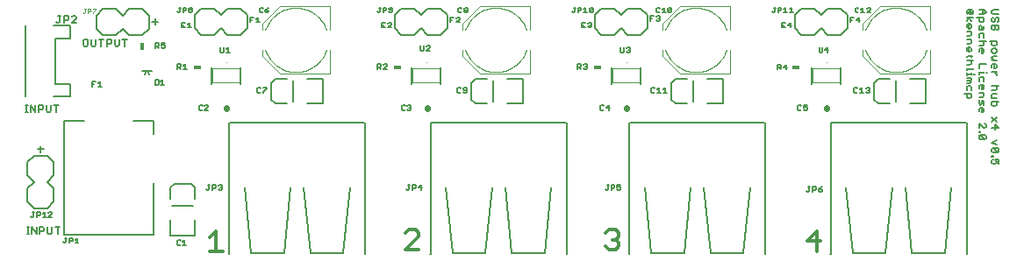
<source format=gto>
G75*
G70*
%OFA0B0*%
%FSLAX24Y24*%
%IPPOS*%
%LPD*%
%AMOC8*
5,1,8,0,0,1.08239X$1,22.5*
%
%ADD10C,0.0140*%
%ADD11C,0.0060*%
%ADD12C,0.0050*%
%ADD13C,0.0080*%
%ADD14C,0.0004*%
%ADD15C,0.0030*%
%ADD16C,0.0220*%
%ADD17R,0.0280X0.0160*%
%ADD18C,0.0040*%
%ADD19R,0.0160X0.0280*%
D10*
X007970Y001170D02*
X008477Y001170D01*
X008224Y001170D02*
X008224Y001931D01*
X007970Y001677D01*
X015420Y001854D02*
X015547Y001981D01*
X015800Y001981D01*
X015927Y001854D01*
X015927Y001727D01*
X015420Y001220D01*
X015927Y001220D01*
X023020Y001347D02*
X023147Y001220D01*
X023400Y001220D01*
X023527Y001347D01*
X023527Y001474D01*
X023400Y001600D01*
X023274Y001600D01*
X023400Y001600D02*
X023527Y001727D01*
X023527Y001854D01*
X023400Y001981D01*
X023147Y001981D01*
X023020Y001854D01*
X030670Y001550D02*
X031177Y001550D01*
X031050Y001931D02*
X030670Y001550D01*
X031050Y001170D02*
X031050Y001931D01*
D11*
X037690Y004519D02*
X037690Y004606D01*
X037733Y004649D01*
X037820Y004649D02*
X037864Y004563D01*
X037864Y004519D01*
X037820Y004476D01*
X037733Y004476D01*
X037690Y004519D01*
X037950Y004476D02*
X037950Y004649D01*
X037820Y004649D01*
X037733Y004753D02*
X037690Y004753D01*
X037690Y004797D01*
X037733Y004797D01*
X037733Y004753D01*
X037733Y004918D02*
X037690Y004961D01*
X037690Y005048D01*
X037733Y005091D01*
X037907Y004918D01*
X037733Y004918D01*
X037907Y004918D02*
X037950Y004961D01*
X037950Y005048D01*
X037907Y005091D01*
X037733Y005091D01*
X037864Y005213D02*
X037690Y005299D01*
X037864Y005386D01*
X037470Y005452D02*
X037427Y005409D01*
X037253Y005582D01*
X037210Y005539D01*
X037210Y005452D01*
X037253Y005409D01*
X037427Y005409D01*
X037470Y005452D02*
X037470Y005539D01*
X037427Y005582D01*
X037253Y005582D01*
X037253Y005686D02*
X037210Y005686D01*
X037210Y005730D01*
X037253Y005730D01*
X037253Y005686D01*
X037820Y005802D02*
X037820Y005975D01*
X037950Y005845D01*
X037690Y005845D01*
X037470Y005894D02*
X037470Y005981D01*
X037427Y006024D01*
X037470Y005894D02*
X037427Y005851D01*
X037384Y005851D01*
X037210Y006024D01*
X037210Y005851D01*
X037690Y006096D02*
X037864Y006270D01*
X037690Y006270D02*
X037864Y006096D01*
X037384Y006484D02*
X037340Y006440D01*
X037297Y006440D01*
X037297Y006614D01*
X037340Y006614D02*
X037384Y006570D01*
X037384Y006484D01*
X037340Y006614D02*
X037253Y006614D01*
X037210Y006570D01*
X037210Y006484D01*
X037253Y006735D02*
X037297Y006778D01*
X037297Y006865D01*
X037340Y006908D01*
X037384Y006865D01*
X037384Y006735D01*
X037253Y006735D02*
X037210Y006778D01*
X037210Y006908D01*
X037210Y007030D02*
X037340Y007030D01*
X037384Y007073D01*
X037384Y007203D01*
X037210Y007203D01*
X037297Y007324D02*
X037297Y007498D01*
X037340Y007498D02*
X037384Y007454D01*
X037384Y007368D01*
X037340Y007324D01*
X037297Y007324D01*
X037210Y007368D02*
X037210Y007454D01*
X037253Y007498D01*
X037340Y007498D01*
X037384Y007619D02*
X037384Y007749D01*
X037340Y007792D01*
X037253Y007792D01*
X037210Y007749D01*
X037210Y007619D01*
X036904Y007613D02*
X036860Y007656D01*
X036730Y007656D01*
X036730Y007570D02*
X036860Y007570D01*
X036904Y007613D01*
X036860Y007656D02*
X036904Y007700D01*
X036904Y007743D01*
X036730Y007743D01*
X036730Y007853D02*
X036730Y007940D01*
X036730Y007896D02*
X036904Y007896D01*
X036904Y007940D01*
X036990Y007896D02*
X037034Y007896D01*
X037210Y007902D02*
X037210Y007989D01*
X037210Y007945D02*
X037384Y007945D01*
X037384Y007989D01*
X037470Y007945D02*
X037514Y007945D01*
X037690Y007989D02*
X037864Y007989D01*
X037777Y007989D02*
X037864Y007902D01*
X037864Y007859D01*
X037820Y008110D02*
X037777Y008110D01*
X037777Y008283D01*
X037820Y008283D02*
X037864Y008240D01*
X037864Y008153D01*
X037820Y008110D01*
X037690Y008153D02*
X037690Y008240D01*
X037733Y008283D01*
X037820Y008283D01*
X037864Y008405D02*
X037733Y008405D01*
X037690Y008448D01*
X037733Y008491D01*
X037690Y008535D01*
X037733Y008578D01*
X037864Y008578D01*
X037820Y008699D02*
X037864Y008743D01*
X037864Y008829D01*
X037820Y008873D01*
X037733Y008873D01*
X037690Y008829D01*
X037690Y008743D01*
X037733Y008699D01*
X037820Y008699D01*
X037384Y008743D02*
X037340Y008699D01*
X037297Y008699D01*
X037297Y008873D01*
X037340Y008873D02*
X037384Y008829D01*
X037384Y008743D01*
X037340Y008873D02*
X037253Y008873D01*
X037210Y008829D01*
X037210Y008743D01*
X036904Y008792D02*
X036904Y008878D01*
X036860Y008922D01*
X036773Y008922D01*
X036730Y008878D01*
X036730Y008792D01*
X036817Y008748D02*
X036817Y008922D01*
X036860Y009043D02*
X036730Y009043D01*
X036860Y009043D02*
X036904Y009086D01*
X036904Y009216D01*
X036730Y009216D01*
X036730Y009338D02*
X036860Y009338D01*
X036904Y009381D01*
X036904Y009511D01*
X036730Y009511D01*
X036817Y009632D02*
X036817Y009806D01*
X036860Y009806D02*
X036904Y009762D01*
X036904Y009676D01*
X036860Y009632D01*
X036817Y009632D01*
X036730Y009676D02*
X036730Y009762D01*
X036773Y009806D01*
X036860Y009806D01*
X037210Y009713D02*
X037253Y009757D01*
X037297Y009713D01*
X037297Y009583D01*
X037340Y009583D02*
X037210Y009583D01*
X037210Y009713D01*
X037253Y009878D02*
X037210Y009921D01*
X037210Y010051D01*
X037123Y010051D02*
X037384Y010051D01*
X037384Y009921D01*
X037340Y009878D01*
X037253Y009878D01*
X037384Y009713D02*
X037384Y009627D01*
X037340Y009583D01*
X037340Y009462D02*
X037253Y009462D01*
X037210Y009419D01*
X037210Y009289D01*
X037210Y009167D02*
X037470Y009167D01*
X037384Y009124D02*
X037340Y009167D01*
X037384Y009124D02*
X037384Y009037D01*
X037340Y008994D01*
X037210Y008994D01*
X037690Y009037D02*
X037690Y009167D01*
X037603Y009167D02*
X037864Y009167D01*
X037864Y009037D01*
X037820Y008994D01*
X037733Y008994D01*
X037690Y009037D01*
X036904Y008792D02*
X036860Y008748D01*
X036817Y008748D01*
X036904Y008627D02*
X036904Y008540D01*
X036947Y008584D02*
X036773Y008584D01*
X036730Y008540D01*
X036730Y008431D02*
X036990Y008431D01*
X036904Y008387D02*
X036860Y008431D01*
X036904Y008387D02*
X036904Y008301D01*
X036860Y008257D01*
X036730Y008257D01*
X036730Y008136D02*
X036730Y008049D01*
X036730Y008093D02*
X036990Y008093D01*
X036990Y008136D01*
X037210Y008110D02*
X037210Y008283D01*
X037470Y008283D01*
X037690Y007449D02*
X037950Y007449D01*
X037864Y007405D02*
X037820Y007449D01*
X037864Y007405D02*
X037864Y007318D01*
X037820Y007275D01*
X037690Y007275D01*
X037733Y007154D02*
X037690Y007111D01*
X037690Y006980D01*
X037864Y006980D01*
X037864Y006859D02*
X037864Y006729D01*
X037820Y006686D01*
X037733Y006686D01*
X037690Y006729D01*
X037690Y006859D01*
X037950Y006859D01*
X036904Y007024D02*
X036860Y006980D01*
X036773Y006980D01*
X036730Y007024D01*
X036730Y007154D01*
X036643Y007154D02*
X036904Y007154D01*
X036904Y007024D01*
X036904Y007275D02*
X036904Y007405D01*
X036860Y007449D01*
X036773Y007449D01*
X036730Y007405D01*
X036730Y007275D01*
X037733Y007154D02*
X037864Y007154D01*
X037384Y009289D02*
X037384Y009419D01*
X037340Y009462D01*
X037690Y009627D02*
X037733Y009583D01*
X037777Y009583D01*
X037820Y009627D01*
X037820Y009757D01*
X037777Y009878D02*
X037733Y009878D01*
X037690Y009921D01*
X037690Y010008D01*
X037733Y010051D01*
X037820Y010008D02*
X037864Y010051D01*
X037907Y010051D01*
X037950Y010008D01*
X037950Y009921D01*
X037907Y009878D01*
X037820Y009921D02*
X037777Y009878D01*
X037820Y009921D02*
X037820Y010008D01*
X037733Y010173D02*
X037950Y010173D01*
X037950Y010346D02*
X037733Y010346D01*
X037690Y010303D01*
X037690Y010216D01*
X037733Y010173D01*
X037470Y010259D02*
X037384Y010173D01*
X037210Y010173D01*
X037340Y010173D02*
X037340Y010346D01*
X037384Y010346D02*
X037470Y010259D01*
X037384Y010346D02*
X037210Y010346D01*
X036990Y010303D02*
X036990Y010216D01*
X036947Y010173D01*
X036860Y010173D01*
X036817Y010216D01*
X036904Y010216D01*
X036904Y010303D01*
X036817Y010303D01*
X036817Y010216D01*
X036773Y010173D02*
X036730Y010216D01*
X036730Y010303D01*
X036773Y010346D01*
X036947Y010346D01*
X036990Y010303D01*
X036990Y010051D02*
X036730Y010051D01*
X036817Y010051D02*
X036730Y009921D01*
X036817Y010051D02*
X036904Y009921D01*
X037690Y009757D02*
X037690Y009627D01*
X037690Y009757D02*
X037950Y009757D01*
X037950Y009627D01*
X037907Y009583D01*
X037864Y009583D01*
X037820Y009627D01*
X006020Y009900D02*
X005793Y009900D01*
X005907Y009787D02*
X005907Y010014D01*
X004831Y009228D02*
X004658Y009228D01*
X004745Y009228D02*
X004745Y008968D01*
X004537Y009011D02*
X004537Y009228D01*
X004363Y009228D02*
X004363Y009011D01*
X004407Y008968D01*
X004493Y008968D01*
X004537Y009011D01*
X004242Y009098D02*
X004199Y009055D01*
X004069Y009055D01*
X004069Y008968D02*
X004069Y009228D01*
X004199Y009228D01*
X004242Y009185D01*
X004242Y009098D01*
X003947Y009228D02*
X003774Y009228D01*
X003861Y009228D02*
X003861Y008968D01*
X003653Y009011D02*
X003653Y009228D01*
X003479Y009228D02*
X003479Y009011D01*
X003523Y008968D01*
X003609Y008968D01*
X003653Y009011D01*
X003358Y009011D02*
X003358Y009185D01*
X003315Y009228D01*
X003228Y009228D01*
X003185Y009185D01*
X003185Y009011D01*
X003228Y008968D01*
X003315Y008968D01*
X003358Y009011D01*
X002905Y009860D02*
X002732Y009860D01*
X002905Y010033D01*
X002905Y010077D01*
X002862Y010120D01*
X002775Y010120D01*
X002732Y010077D01*
X002610Y010077D02*
X002610Y009990D01*
X002567Y009947D01*
X002437Y009947D01*
X002437Y009860D02*
X002437Y010120D01*
X002567Y010120D01*
X002610Y010077D01*
X002316Y010120D02*
X002229Y010120D01*
X002272Y010120D02*
X002272Y009903D01*
X002229Y009860D01*
X002186Y009860D01*
X002142Y009903D01*
X002148Y006728D02*
X002148Y006468D01*
X001940Y006511D02*
X001940Y006728D01*
X002061Y006728D02*
X002235Y006728D01*
X001767Y006728D02*
X001767Y006511D01*
X001810Y006468D01*
X001897Y006468D01*
X001940Y006511D01*
X001646Y006598D02*
X001602Y006555D01*
X001472Y006555D01*
X001472Y006468D02*
X001472Y006728D01*
X001602Y006728D01*
X001646Y006685D01*
X001646Y006598D01*
X001351Y006468D02*
X001351Y006728D01*
X001177Y006728D02*
X001351Y006468D01*
X001177Y006468D02*
X001177Y006728D01*
X001068Y006728D02*
X000981Y006728D01*
X001024Y006728D02*
X001024Y006468D01*
X000981Y006468D02*
X001068Y006468D01*
X001557Y005164D02*
X001557Y004937D01*
X001670Y005050D02*
X001443Y005050D01*
X001401Y002078D02*
X001401Y001818D01*
X001227Y002078D01*
X001227Y001818D01*
X001118Y001818D02*
X001031Y001818D01*
X001074Y001818D02*
X001074Y002078D01*
X001031Y002078D02*
X001118Y002078D01*
X001522Y002078D02*
X001652Y002078D01*
X001696Y002035D01*
X001696Y001948D01*
X001652Y001905D01*
X001522Y001905D01*
X001522Y001818D02*
X001522Y002078D01*
X001817Y002078D02*
X001817Y001861D01*
X001860Y001818D01*
X001947Y001818D01*
X001990Y001861D01*
X001990Y002078D01*
X002111Y002078D02*
X002285Y002078D01*
X002198Y002078D02*
X002198Y001818D01*
D12*
X002425Y001507D02*
X002457Y001475D01*
X002488Y001475D01*
X002520Y001507D01*
X002520Y001665D01*
X002488Y001665D02*
X002552Y001665D01*
X002646Y001665D02*
X002741Y001665D01*
X002773Y001633D01*
X002773Y001570D01*
X002741Y001538D01*
X002646Y001538D01*
X002646Y001475D02*
X002646Y001665D01*
X002867Y001602D02*
X002930Y001665D01*
X002930Y001475D01*
X002867Y001475D02*
X002994Y001475D01*
X001985Y002455D02*
X001858Y002455D01*
X001985Y002582D01*
X001985Y002613D01*
X001953Y002645D01*
X001890Y002645D01*
X001858Y002613D01*
X001700Y002645D02*
X001700Y002455D01*
X001637Y002455D02*
X001764Y002455D01*
X001637Y002582D02*
X001700Y002645D01*
X001543Y002613D02*
X001543Y002550D01*
X001511Y002518D01*
X001416Y002518D01*
X001416Y002455D02*
X001416Y002645D01*
X001511Y002645D01*
X001543Y002613D01*
X001322Y002645D02*
X001258Y002645D01*
X001290Y002645D02*
X001290Y002487D01*
X001258Y002455D01*
X001227Y002455D01*
X001195Y002487D01*
X006550Y002900D02*
X007350Y002900D01*
X007894Y003485D02*
X007925Y003485D01*
X007957Y003517D01*
X007957Y003675D01*
X007925Y003675D02*
X007989Y003675D01*
X008083Y003675D02*
X008178Y003675D01*
X008210Y003643D01*
X008210Y003580D01*
X008178Y003548D01*
X008083Y003548D01*
X008083Y003485D02*
X008083Y003675D01*
X008304Y003643D02*
X008336Y003675D01*
X008399Y003675D01*
X008431Y003643D01*
X008431Y003612D01*
X008399Y003580D01*
X008431Y003548D01*
X008431Y003517D01*
X008399Y003485D01*
X008336Y003485D01*
X008304Y003517D01*
X008367Y003580D02*
X008399Y003580D01*
X007894Y003485D02*
X007862Y003517D01*
X009300Y003600D02*
X009550Y001100D01*
X010800Y001100D01*
X011050Y003600D01*
X011550Y003600D02*
X011800Y001100D01*
X013050Y001100D01*
X013300Y003600D01*
X015462Y003517D02*
X015494Y003485D01*
X015525Y003485D01*
X015557Y003517D01*
X015557Y003675D01*
X015525Y003675D02*
X015589Y003675D01*
X015683Y003675D02*
X015778Y003675D01*
X015810Y003643D01*
X015810Y003580D01*
X015778Y003548D01*
X015683Y003548D01*
X015683Y003485D02*
X015683Y003675D01*
X015904Y003580D02*
X016031Y003580D01*
X015999Y003485D02*
X015999Y003675D01*
X015904Y003580D01*
X016950Y003600D02*
X017200Y001100D01*
X018450Y001100D01*
X018700Y003600D01*
X019200Y003600D02*
X019450Y001100D01*
X020700Y001100D01*
X020950Y003600D01*
X023012Y003517D02*
X023044Y003485D01*
X023075Y003485D01*
X023107Y003517D01*
X023107Y003675D01*
X023075Y003675D02*
X023139Y003675D01*
X023233Y003675D02*
X023328Y003675D01*
X023360Y003643D01*
X023360Y003580D01*
X023328Y003548D01*
X023233Y003548D01*
X023233Y003485D02*
X023233Y003675D01*
X023454Y003675D02*
X023454Y003580D01*
X023517Y003612D01*
X023549Y003612D01*
X023581Y003580D01*
X023581Y003517D01*
X023549Y003485D01*
X023486Y003485D01*
X023454Y003517D01*
X023454Y003675D02*
X023581Y003675D01*
X024500Y003600D02*
X024750Y001100D01*
X026000Y001100D01*
X026250Y003600D01*
X026750Y003600D02*
X027000Y001100D01*
X028250Y001100D01*
X028500Y003600D01*
X030662Y003467D02*
X030694Y003435D01*
X030725Y003435D01*
X030757Y003467D01*
X030757Y003625D01*
X030725Y003625D02*
X030789Y003625D01*
X030883Y003625D02*
X030978Y003625D01*
X031010Y003593D01*
X031010Y003530D01*
X030978Y003498D01*
X030883Y003498D01*
X030883Y003435D02*
X030883Y003625D01*
X031104Y003530D02*
X031199Y003530D01*
X031231Y003498D01*
X031231Y003467D01*
X031199Y003435D01*
X031136Y003435D01*
X031104Y003467D01*
X031104Y003530D01*
X031167Y003593D01*
X031231Y003625D01*
X032150Y003600D02*
X032400Y001100D01*
X033650Y001100D01*
X033900Y003600D01*
X034400Y003600D02*
X034650Y001100D01*
X035900Y001100D01*
X036150Y003600D01*
X036710Y006060D02*
X031590Y006060D01*
X031565Y006060D02*
X031565Y001060D01*
X031560Y001050D01*
X029080Y001060D02*
X029085Y006060D01*
X029060Y006060D02*
X023940Y006060D01*
X023915Y006060D02*
X023915Y001060D01*
X023910Y001050D01*
X021530Y001060D02*
X021535Y006060D01*
X021510Y006060D02*
X016390Y006060D01*
X016365Y006060D02*
X016365Y001060D01*
X016360Y001050D01*
X013880Y001060D02*
X013885Y006060D01*
X013860Y006060D02*
X008740Y006060D01*
X008715Y006060D02*
X008715Y001060D01*
X008710Y001050D01*
X007087Y001385D02*
X006960Y001385D01*
X007024Y001385D02*
X007024Y001575D01*
X006960Y001512D01*
X006866Y001543D02*
X006834Y001575D01*
X006771Y001575D01*
X006739Y001543D01*
X006739Y001417D01*
X006771Y001385D01*
X006834Y001385D01*
X006866Y001417D01*
X007607Y006525D02*
X007670Y006525D01*
X007702Y006557D01*
X007796Y006525D02*
X007923Y006652D01*
X007923Y006683D01*
X007891Y006715D01*
X007828Y006715D01*
X007796Y006683D01*
X007702Y006683D02*
X007670Y006715D01*
X007607Y006715D01*
X007575Y006683D01*
X007575Y006557D01*
X007607Y006525D01*
X007796Y006525D02*
X007923Y006525D01*
X009783Y007223D02*
X009815Y007191D01*
X009878Y007191D01*
X009910Y007223D01*
X010004Y007223D02*
X010004Y007191D01*
X010004Y007223D02*
X010131Y007350D01*
X010131Y007381D01*
X010004Y007381D01*
X009910Y007350D02*
X009878Y007381D01*
X009815Y007381D01*
X009783Y007350D01*
X009783Y007223D01*
X009159Y007535D02*
X009159Y008165D01*
X008041Y008165D02*
X008041Y007535D01*
X006256Y007485D02*
X006129Y007485D01*
X006192Y007485D02*
X006192Y007675D01*
X006129Y007612D01*
X006035Y007643D02*
X006003Y007675D01*
X005908Y007675D01*
X005908Y007485D01*
X006003Y007485D01*
X006035Y007517D01*
X006035Y007643D01*
X006758Y008085D02*
X006758Y008275D01*
X006853Y008275D01*
X006885Y008243D01*
X006885Y008180D01*
X006853Y008148D01*
X006758Y008148D01*
X006821Y008148D02*
X006885Y008085D01*
X006979Y008085D02*
X007106Y008085D01*
X007042Y008085D02*
X007042Y008275D01*
X006979Y008212D01*
X008383Y008767D02*
X008415Y008735D01*
X008478Y008735D01*
X008510Y008767D01*
X008510Y008925D01*
X008604Y008862D02*
X008667Y008925D01*
X008667Y008735D01*
X008604Y008735D02*
X008731Y008735D01*
X008383Y008767D02*
X008383Y008925D01*
X006273Y008932D02*
X006241Y008900D01*
X006178Y008900D01*
X006146Y008932D01*
X006146Y008995D02*
X006209Y009027D01*
X006241Y009027D01*
X006273Y008995D01*
X006273Y008932D01*
X006146Y008995D02*
X006146Y009090D01*
X006273Y009090D01*
X006052Y009058D02*
X006052Y008995D01*
X006020Y008963D01*
X005925Y008963D01*
X005925Y008900D02*
X005925Y009090D01*
X006020Y009090D01*
X006052Y009058D01*
X005988Y008963D02*
X006052Y008900D01*
X006925Y009675D02*
X007052Y009675D01*
X007146Y009675D02*
X007273Y009675D01*
X007209Y009675D02*
X007209Y009865D01*
X007146Y009802D01*
X007052Y009865D02*
X006925Y009865D01*
X006925Y009675D01*
X006925Y009770D02*
X006988Y009770D01*
X006966Y010245D02*
X006966Y010435D01*
X007061Y010435D01*
X007093Y010403D01*
X007093Y010340D01*
X007061Y010308D01*
X006966Y010308D01*
X006840Y010277D02*
X006840Y010435D01*
X006808Y010435D02*
X006872Y010435D01*
X006840Y010277D02*
X006808Y010245D01*
X006777Y010245D01*
X006745Y010277D01*
X007187Y010277D02*
X007187Y010308D01*
X007219Y010340D01*
X007282Y010340D01*
X007314Y010308D01*
X007314Y010277D01*
X007282Y010245D01*
X007219Y010245D01*
X007187Y010277D01*
X007219Y010340D02*
X007187Y010372D01*
X007187Y010403D01*
X007219Y010435D01*
X007282Y010435D01*
X007314Y010403D01*
X007314Y010372D01*
X007282Y010340D01*
X009525Y010065D02*
X009525Y009875D01*
X009525Y009970D02*
X009588Y009970D01*
X009525Y010065D02*
X009652Y010065D01*
X009746Y010002D02*
X009809Y010065D01*
X009809Y009875D01*
X009746Y009875D02*
X009873Y009875D01*
X009904Y010241D02*
X009967Y010241D01*
X009999Y010273D01*
X010093Y010273D02*
X010125Y010241D01*
X010188Y010241D01*
X010220Y010273D01*
X010220Y010305D01*
X010188Y010336D01*
X010093Y010336D01*
X010093Y010273D01*
X010093Y010336D02*
X010156Y010400D01*
X010220Y010431D01*
X009999Y010400D02*
X009967Y010431D01*
X009904Y010431D01*
X009872Y010400D01*
X009872Y010273D01*
X009904Y010241D01*
X014345Y010277D02*
X014377Y010245D01*
X014408Y010245D01*
X014440Y010277D01*
X014440Y010435D01*
X014408Y010435D02*
X014472Y010435D01*
X014566Y010435D02*
X014661Y010435D01*
X014693Y010403D01*
X014693Y010340D01*
X014661Y010308D01*
X014566Y010308D01*
X014566Y010245D02*
X014566Y010435D01*
X014787Y010403D02*
X014787Y010372D01*
X014819Y010340D01*
X014914Y010340D01*
X014914Y010277D02*
X014914Y010403D01*
X014882Y010435D01*
X014819Y010435D01*
X014787Y010403D01*
X014787Y010277D02*
X014819Y010245D01*
X014882Y010245D01*
X014914Y010277D01*
X014841Y009865D02*
X014778Y009865D01*
X014746Y009833D01*
X014652Y009865D02*
X014525Y009865D01*
X014525Y009675D01*
X014652Y009675D01*
X014746Y009675D02*
X014873Y009802D01*
X014873Y009833D01*
X014841Y009865D01*
X014588Y009770D02*
X014525Y009770D01*
X014746Y009675D02*
X014873Y009675D01*
X015983Y008975D02*
X015983Y008817D01*
X016015Y008785D01*
X016078Y008785D01*
X016110Y008817D01*
X016110Y008975D01*
X016204Y008943D02*
X016236Y008975D01*
X016299Y008975D01*
X016331Y008943D01*
X016331Y008912D01*
X016204Y008785D01*
X016331Y008785D01*
X014706Y008243D02*
X014674Y008275D01*
X014611Y008275D01*
X014579Y008243D01*
X014485Y008243D02*
X014485Y008180D01*
X014453Y008148D01*
X014358Y008148D01*
X014358Y008085D02*
X014358Y008275D01*
X014453Y008275D01*
X014485Y008243D01*
X014421Y008148D02*
X014485Y008085D01*
X014579Y008085D02*
X014706Y008212D01*
X014706Y008243D01*
X014706Y008085D02*
X014579Y008085D01*
X015641Y008165D02*
X015641Y007535D01*
X016759Y007535D02*
X016759Y008165D01*
X018750Y007650D02*
X018750Y006850D01*
X017731Y007223D02*
X017699Y007191D01*
X017636Y007191D01*
X017604Y007223D01*
X017636Y007286D02*
X017731Y007286D01*
X017731Y007223D02*
X017731Y007350D01*
X017699Y007381D01*
X017636Y007381D01*
X017604Y007350D01*
X017604Y007318D01*
X017636Y007286D01*
X017510Y007223D02*
X017478Y007191D01*
X017415Y007191D01*
X017383Y007223D01*
X017383Y007350D01*
X017415Y007381D01*
X017478Y007381D01*
X017510Y007350D01*
X015623Y006683D02*
X015591Y006715D01*
X015528Y006715D01*
X015496Y006683D01*
X015559Y006620D02*
X015591Y006620D01*
X015623Y006588D01*
X015623Y006557D01*
X015591Y006525D01*
X015528Y006525D01*
X015496Y006557D01*
X015402Y006557D02*
X015370Y006525D01*
X015307Y006525D01*
X015275Y006557D01*
X015275Y006683D01*
X015307Y006715D01*
X015370Y006715D01*
X015402Y006683D01*
X015591Y006620D02*
X015623Y006652D01*
X015623Y006683D01*
X011150Y006850D02*
X011150Y007650D01*
X003873Y007425D02*
X003746Y007425D01*
X003809Y007425D02*
X003809Y007615D01*
X003746Y007552D01*
X003652Y007615D02*
X003525Y007615D01*
X003525Y007425D01*
X003525Y007520D02*
X003588Y007520D01*
X017125Y009875D02*
X017125Y010065D01*
X017252Y010065D01*
X017346Y010033D02*
X017378Y010065D01*
X017441Y010065D01*
X017473Y010033D01*
X017473Y010002D01*
X017346Y009875D01*
X017473Y009875D01*
X017188Y009970D02*
X017125Y009970D01*
X017422Y010273D02*
X017454Y010241D01*
X017517Y010241D01*
X017549Y010273D01*
X017643Y010273D02*
X017643Y010305D01*
X017675Y010336D01*
X017738Y010336D01*
X017770Y010305D01*
X017770Y010273D01*
X017738Y010241D01*
X017675Y010241D01*
X017643Y010273D01*
X017675Y010336D02*
X017643Y010368D01*
X017643Y010400D01*
X017675Y010431D01*
X017738Y010431D01*
X017770Y010400D01*
X017770Y010368D01*
X017738Y010336D01*
X017549Y010400D02*
X017517Y010431D01*
X017454Y010431D01*
X017422Y010400D01*
X017422Y010273D01*
X021745Y010277D02*
X021777Y010245D01*
X021808Y010245D01*
X021840Y010277D01*
X021840Y010435D01*
X021808Y010435D02*
X021872Y010435D01*
X021966Y010435D02*
X022061Y010435D01*
X022093Y010403D01*
X022093Y010340D01*
X022061Y010308D01*
X021966Y010308D01*
X021966Y010245D02*
X021966Y010435D01*
X022187Y010372D02*
X022250Y010435D01*
X022250Y010245D01*
X022187Y010245D02*
X022314Y010245D01*
X022408Y010277D02*
X022535Y010403D01*
X022535Y010277D01*
X022503Y010245D01*
X022440Y010245D01*
X022408Y010277D01*
X022408Y010403D01*
X022440Y010435D01*
X022503Y010435D01*
X022535Y010403D01*
X022441Y009865D02*
X022473Y009833D01*
X022473Y009802D01*
X022441Y009770D01*
X022473Y009738D01*
X022473Y009707D01*
X022441Y009675D01*
X022378Y009675D01*
X022346Y009707D01*
X022409Y009770D02*
X022441Y009770D01*
X022441Y009865D02*
X022378Y009865D01*
X022346Y009833D01*
X022252Y009865D02*
X022125Y009865D01*
X022125Y009675D01*
X022252Y009675D01*
X022188Y009770D02*
X022125Y009770D01*
X024725Y009925D02*
X024725Y010115D01*
X024852Y010115D01*
X024946Y010083D02*
X024978Y010115D01*
X025041Y010115D01*
X025073Y010083D01*
X025073Y010052D01*
X025041Y010020D01*
X025073Y009988D01*
X025073Y009957D01*
X025041Y009925D01*
X024978Y009925D01*
X024946Y009957D01*
X025009Y010020D02*
X025041Y010020D01*
X024788Y010020D02*
X024725Y010020D01*
X024951Y010273D02*
X024983Y010241D01*
X025046Y010241D01*
X025078Y010273D01*
X025172Y010241D02*
X025299Y010241D01*
X025235Y010241D02*
X025235Y010431D01*
X025172Y010368D01*
X025078Y010400D02*
X025046Y010431D01*
X024983Y010431D01*
X024951Y010400D01*
X024951Y010273D01*
X025393Y010273D02*
X025520Y010400D01*
X025520Y010273D01*
X025488Y010241D01*
X025425Y010241D01*
X025393Y010273D01*
X025393Y010400D01*
X025425Y010431D01*
X025488Y010431D01*
X025520Y010400D01*
X029345Y010277D02*
X029377Y010245D01*
X029408Y010245D01*
X029440Y010277D01*
X029440Y010435D01*
X029408Y010435D02*
X029472Y010435D01*
X029566Y010435D02*
X029566Y010245D01*
X029566Y010308D02*
X029661Y010308D01*
X029693Y010340D01*
X029693Y010403D01*
X029661Y010435D01*
X029566Y010435D01*
X029787Y010372D02*
X029850Y010435D01*
X029850Y010245D01*
X029787Y010245D02*
X029914Y010245D01*
X030008Y010245D02*
X030135Y010245D01*
X030071Y010245D02*
X030071Y010435D01*
X030008Y010372D01*
X030041Y009865D02*
X029946Y009770D01*
X030073Y009770D01*
X030041Y009675D02*
X030041Y009865D01*
X029852Y009865D02*
X029725Y009865D01*
X029725Y009675D01*
X029852Y009675D01*
X029788Y009770D02*
X029725Y009770D01*
X032325Y009875D02*
X032325Y010065D01*
X032452Y010065D01*
X032388Y009970D02*
X032325Y009970D01*
X032546Y009970D02*
X032673Y009970D01*
X032641Y009875D02*
X032641Y010065D01*
X032546Y009970D01*
X032533Y010241D02*
X032596Y010241D01*
X032628Y010273D01*
X032722Y010241D02*
X032849Y010241D01*
X032785Y010241D02*
X032785Y010431D01*
X032722Y010368D01*
X032628Y010400D02*
X032596Y010431D01*
X032533Y010431D01*
X032501Y010400D01*
X032501Y010273D01*
X032533Y010241D01*
X032943Y010241D02*
X033070Y010368D01*
X033070Y010400D01*
X033038Y010431D01*
X032975Y010431D01*
X032943Y010400D01*
X032943Y010241D02*
X033070Y010241D01*
X031449Y008925D02*
X031354Y008830D01*
X031481Y008830D01*
X031449Y008735D02*
X031449Y008925D01*
X031260Y008925D02*
X031260Y008767D01*
X031228Y008735D01*
X031165Y008735D01*
X031133Y008767D01*
X031133Y008925D01*
X029866Y008265D02*
X029771Y008170D01*
X029898Y008170D01*
X029866Y008075D02*
X029866Y008265D01*
X029677Y008233D02*
X029677Y008170D01*
X029645Y008138D01*
X029550Y008138D01*
X029550Y008075D02*
X029550Y008265D01*
X029645Y008265D01*
X029677Y008233D01*
X029613Y008138D02*
X029677Y008075D01*
X030841Y008165D02*
X030841Y007535D01*
X031959Y007535D02*
X031959Y008165D01*
X034050Y007650D02*
X034050Y006850D01*
X033031Y007223D02*
X032999Y007191D01*
X032936Y007191D01*
X032904Y007223D01*
X032967Y007286D02*
X032999Y007286D01*
X033031Y007255D01*
X033031Y007223D01*
X032999Y007286D02*
X033031Y007318D01*
X033031Y007350D01*
X032999Y007381D01*
X032936Y007381D01*
X032904Y007350D01*
X032746Y007381D02*
X032746Y007191D01*
X032683Y007191D02*
X032810Y007191D01*
X032683Y007318D02*
X032746Y007381D01*
X032589Y007350D02*
X032557Y007381D01*
X032494Y007381D01*
X032462Y007350D01*
X032462Y007223D01*
X032494Y007191D01*
X032557Y007191D01*
X032589Y007223D01*
X030673Y006715D02*
X030546Y006715D01*
X030546Y006620D01*
X030609Y006652D01*
X030641Y006652D01*
X030673Y006620D01*
X030673Y006557D01*
X030641Y006525D01*
X030578Y006525D01*
X030546Y006557D01*
X030452Y006557D02*
X030420Y006525D01*
X030357Y006525D01*
X030325Y006557D01*
X030325Y006683D01*
X030357Y006715D01*
X030420Y006715D01*
X030452Y006683D01*
X026350Y006850D02*
X026350Y007650D01*
X025267Y007381D02*
X025204Y007318D01*
X025267Y007381D02*
X025267Y007191D01*
X025204Y007191D02*
X025331Y007191D01*
X025110Y007191D02*
X024983Y007191D01*
X025046Y007191D02*
X025046Y007381D01*
X024983Y007318D01*
X024889Y007350D02*
X024857Y007381D01*
X024794Y007381D01*
X024762Y007350D01*
X024762Y007223D01*
X024794Y007191D01*
X024857Y007191D01*
X024889Y007223D01*
X024359Y007535D02*
X024359Y008165D01*
X023241Y008165D02*
X023241Y007535D01*
X022306Y008117D02*
X022274Y008085D01*
X022211Y008085D01*
X022179Y008117D01*
X022242Y008180D02*
X022274Y008180D01*
X022306Y008148D01*
X022306Y008117D01*
X022274Y008180D02*
X022306Y008212D01*
X022306Y008243D01*
X022274Y008275D01*
X022211Y008275D01*
X022179Y008243D01*
X022085Y008243D02*
X022085Y008180D01*
X022053Y008148D01*
X021958Y008148D01*
X021958Y008085D02*
X021958Y008275D01*
X022053Y008275D01*
X022085Y008243D01*
X022021Y008148D02*
X022085Y008085D01*
X023583Y008767D02*
X023615Y008735D01*
X023678Y008735D01*
X023710Y008767D01*
X023710Y008925D01*
X023804Y008893D02*
X023836Y008925D01*
X023899Y008925D01*
X023931Y008893D01*
X023931Y008862D01*
X023899Y008830D01*
X023931Y008798D01*
X023931Y008767D01*
X023899Y008735D01*
X023836Y008735D01*
X023804Y008767D01*
X023867Y008830D02*
X023899Y008830D01*
X023583Y008767D02*
X023583Y008925D01*
X023141Y006715D02*
X023046Y006620D01*
X023173Y006620D01*
X023141Y006525D02*
X023141Y006715D01*
X022952Y006683D02*
X022920Y006715D01*
X022857Y006715D01*
X022825Y006683D01*
X022825Y006557D01*
X022857Y006525D01*
X022920Y006525D01*
X022952Y006557D01*
X036735Y006060D02*
X036730Y001060D01*
D13*
X035184Y006778D02*
X034594Y006778D01*
X035184Y006778D02*
X035184Y007722D01*
X034594Y007722D01*
X033806Y007722D02*
X033373Y007722D01*
X033216Y007565D01*
X033216Y006935D01*
X033373Y006778D01*
X033806Y006778D01*
X027484Y006778D02*
X026894Y006778D01*
X027484Y006778D02*
X027484Y007722D01*
X026894Y007722D01*
X026106Y007722D02*
X025673Y007722D01*
X025516Y007565D01*
X025516Y006935D01*
X025673Y006778D01*
X026106Y006778D01*
X019884Y006778D02*
X019294Y006778D01*
X019884Y006778D02*
X019884Y007722D01*
X019294Y007722D01*
X018506Y007722D02*
X018073Y007722D01*
X017916Y007565D01*
X017916Y006935D01*
X018073Y006778D01*
X018506Y006778D01*
X012284Y006778D02*
X011694Y006778D01*
X012284Y006778D02*
X012284Y007722D01*
X011694Y007722D01*
X010906Y007722D02*
X010473Y007722D01*
X010316Y007565D01*
X010316Y006935D01*
X010473Y006778D01*
X010906Y006778D01*
X005862Y006114D02*
X005862Y005618D01*
X005862Y006114D02*
X005095Y006114D01*
X003205Y006114D02*
X002438Y006114D01*
X002438Y001781D01*
X005862Y001781D01*
X005862Y003768D01*
X006478Y003577D02*
X006478Y003144D01*
X007422Y003144D02*
X007422Y003577D01*
X007265Y003734D01*
X006635Y003734D01*
X006478Y003577D01*
X002050Y003550D02*
X002050Y003050D01*
X001800Y002800D01*
X001300Y002800D01*
X001050Y003050D01*
X001050Y003550D01*
X001300Y003800D01*
X001050Y004050D01*
X001050Y004550D01*
X001300Y004800D01*
X001800Y004800D01*
X002050Y004550D01*
X002050Y004050D01*
X001800Y003800D01*
X002050Y003550D01*
X006478Y002356D02*
X006478Y001766D01*
X007422Y001766D01*
X007422Y002356D01*
X002672Y007061D02*
X002042Y007061D01*
X002672Y007061D02*
X002672Y007534D01*
X002121Y007534D01*
X002121Y009266D01*
X002672Y009266D01*
X002672Y009739D01*
X002042Y009739D01*
X000979Y009739D02*
X000979Y007061D01*
X005419Y008017D02*
X005600Y008017D01*
X005692Y007895D01*
X005781Y008017D02*
X005600Y008017D01*
X005590Y008011D02*
X005514Y007895D01*
X005420Y009380D02*
X004920Y009380D01*
X004670Y009630D01*
X004420Y009380D01*
X003920Y009380D01*
X003670Y009630D01*
X003670Y010130D01*
X003920Y010380D01*
X004420Y010380D01*
X004670Y010130D01*
X004920Y010380D01*
X005420Y010380D01*
X005670Y010130D01*
X005670Y009630D01*
X005420Y009380D01*
X007400Y009650D02*
X007650Y009400D01*
X008150Y009400D01*
X008400Y009650D01*
X008650Y009400D01*
X009150Y009400D01*
X009400Y009650D01*
X009400Y010150D01*
X009150Y010400D01*
X008650Y010400D01*
X008400Y010150D01*
X008150Y010400D01*
X007650Y010400D01*
X007400Y010150D01*
X007400Y009650D01*
X015000Y009650D02*
X015250Y009400D01*
X015750Y009400D01*
X016000Y009650D01*
X016250Y009400D01*
X016750Y009400D01*
X017000Y009650D01*
X017000Y010150D01*
X016750Y010400D01*
X016250Y010400D01*
X016000Y010150D01*
X015750Y010400D01*
X015250Y010400D01*
X015000Y010150D01*
X015000Y009650D01*
X022600Y009650D02*
X022850Y009400D01*
X023350Y009400D01*
X023600Y009650D01*
X023850Y009400D01*
X024350Y009400D01*
X024600Y009650D01*
X024600Y010150D01*
X024350Y010400D01*
X023850Y010400D01*
X023600Y010150D01*
X023350Y010400D01*
X022850Y010400D01*
X022600Y010150D01*
X022600Y009650D01*
X030200Y009650D02*
X030450Y009400D01*
X030950Y009400D01*
X031200Y009650D01*
X031450Y009400D01*
X031950Y009400D01*
X032200Y009650D01*
X032200Y010150D01*
X031950Y010400D01*
X031450Y010400D01*
X031200Y010150D01*
X030950Y010400D01*
X030450Y010400D01*
X030200Y010150D01*
X030200Y009650D01*
D14*
X031400Y008362D02*
X031400Y008358D01*
X023800Y008358D02*
X023800Y008362D01*
X016200Y008358D02*
X016200Y008362D01*
X008600Y008358D02*
X008600Y008362D01*
D15*
X009100Y008110D02*
X008096Y008110D01*
X008096Y007594D01*
X009100Y007594D01*
X009100Y008110D01*
X015696Y008110D02*
X015696Y007594D01*
X016700Y007594D01*
X016700Y008110D01*
X015696Y008110D01*
X023296Y008110D02*
X023296Y007594D01*
X024300Y007594D01*
X024300Y008110D01*
X023296Y008110D01*
X030896Y008110D02*
X030896Y007594D01*
X031900Y007594D01*
X031900Y008110D01*
X030896Y008110D01*
D16*
X031400Y006612D02*
X031400Y006588D01*
X023800Y006612D02*
X023800Y006588D01*
X016250Y006612D02*
X016250Y006588D01*
X008600Y006612D02*
X008600Y006588D01*
D17*
X007500Y008150D03*
X015100Y008150D03*
X022700Y008150D03*
X030250Y008150D03*
D18*
X027730Y007920D02*
X027730Y008826D01*
X027611Y009574D02*
X027589Y009638D01*
X027562Y009701D01*
X027532Y009763D01*
X027499Y009822D01*
X027463Y009880D01*
X027423Y009936D01*
X027380Y009989D01*
X027335Y010040D01*
X027287Y010088D01*
X027236Y010133D01*
X027182Y010176D01*
X027126Y010215D01*
X027069Y010252D01*
X027009Y010285D01*
X026947Y010314D01*
X026884Y010340D01*
X026820Y010363D01*
X026754Y010382D01*
X026687Y010397D01*
X026620Y010408D01*
X026552Y010416D01*
X026484Y010420D01*
X026416Y010420D01*
X026348Y010416D01*
X026280Y010408D01*
X026213Y010397D01*
X026146Y010382D01*
X026080Y010363D01*
X026016Y010340D01*
X025953Y010314D01*
X025891Y010285D01*
X025831Y010252D01*
X025774Y010215D01*
X025718Y010176D01*
X025664Y010133D01*
X025613Y010088D01*
X025565Y010040D01*
X025520Y009989D01*
X025477Y009936D01*
X025437Y009880D01*
X025401Y009822D01*
X025368Y009763D01*
X025338Y009701D01*
X025311Y009638D01*
X025289Y009574D01*
X025170Y009574D02*
X025170Y009810D01*
X025840Y010480D01*
X027730Y010480D01*
X027730Y009574D01*
X027611Y008826D02*
X027589Y008762D01*
X027562Y008699D01*
X027532Y008637D01*
X027499Y008578D01*
X027463Y008520D01*
X027423Y008464D01*
X027380Y008411D01*
X027335Y008360D01*
X027287Y008312D01*
X027236Y008267D01*
X027182Y008224D01*
X027126Y008185D01*
X027069Y008148D01*
X027009Y008115D01*
X026947Y008086D01*
X026884Y008060D01*
X026820Y008037D01*
X026754Y008018D01*
X026687Y008003D01*
X026620Y007992D01*
X026552Y007984D01*
X026484Y007980D01*
X026416Y007980D01*
X026348Y007984D01*
X026280Y007992D01*
X026213Y008003D01*
X026146Y008018D01*
X026080Y008037D01*
X026016Y008060D01*
X025953Y008086D01*
X025891Y008115D01*
X025831Y008148D01*
X025774Y008185D01*
X025718Y008224D01*
X025664Y008267D01*
X025613Y008312D01*
X025565Y008360D01*
X025520Y008411D01*
X025477Y008464D01*
X025437Y008520D01*
X025401Y008578D01*
X025368Y008637D01*
X025338Y008699D01*
X025311Y008762D01*
X025289Y008826D01*
X025170Y008826D02*
X025170Y008590D01*
X025840Y007920D01*
X027730Y007920D01*
X032770Y008590D02*
X032770Y008826D01*
X032770Y008590D02*
X033440Y007920D01*
X035330Y007920D01*
X035330Y008826D01*
X035211Y009574D02*
X035189Y009638D01*
X035162Y009701D01*
X035132Y009763D01*
X035099Y009822D01*
X035063Y009880D01*
X035023Y009936D01*
X034980Y009989D01*
X034935Y010040D01*
X034887Y010088D01*
X034836Y010133D01*
X034782Y010176D01*
X034726Y010215D01*
X034669Y010252D01*
X034609Y010285D01*
X034547Y010314D01*
X034484Y010340D01*
X034420Y010363D01*
X034354Y010382D01*
X034287Y010397D01*
X034220Y010408D01*
X034152Y010416D01*
X034084Y010420D01*
X034016Y010420D01*
X033948Y010416D01*
X033880Y010408D01*
X033813Y010397D01*
X033746Y010382D01*
X033680Y010363D01*
X033616Y010340D01*
X033553Y010314D01*
X033491Y010285D01*
X033431Y010252D01*
X033374Y010215D01*
X033318Y010176D01*
X033264Y010133D01*
X033213Y010088D01*
X033165Y010040D01*
X033120Y009989D01*
X033077Y009936D01*
X033037Y009880D01*
X033001Y009822D01*
X032968Y009763D01*
X032938Y009701D01*
X032911Y009638D01*
X032889Y009574D01*
X032770Y009574D02*
X032770Y009810D01*
X033440Y010480D01*
X035330Y010480D01*
X035330Y009574D01*
X035211Y008826D02*
X035189Y008762D01*
X035162Y008699D01*
X035132Y008637D01*
X035099Y008578D01*
X035063Y008520D01*
X035023Y008464D01*
X034980Y008411D01*
X034935Y008360D01*
X034887Y008312D01*
X034836Y008267D01*
X034782Y008224D01*
X034726Y008185D01*
X034669Y008148D01*
X034609Y008115D01*
X034547Y008086D01*
X034484Y008060D01*
X034420Y008037D01*
X034354Y008018D01*
X034287Y008003D01*
X034220Y007992D01*
X034152Y007984D01*
X034084Y007980D01*
X034016Y007980D01*
X033948Y007984D01*
X033880Y007992D01*
X033813Y008003D01*
X033746Y008018D01*
X033680Y008037D01*
X033616Y008060D01*
X033553Y008086D01*
X033491Y008115D01*
X033431Y008148D01*
X033374Y008185D01*
X033318Y008224D01*
X033264Y008267D01*
X033213Y008312D01*
X033165Y008360D01*
X033120Y008411D01*
X033077Y008464D01*
X033037Y008520D01*
X033001Y008578D01*
X032968Y008637D01*
X032938Y008699D01*
X032911Y008762D01*
X032889Y008826D01*
X020130Y008826D02*
X020130Y007920D01*
X018240Y007920D01*
X017570Y008590D01*
X017570Y008826D01*
X017689Y009574D02*
X017711Y009638D01*
X017738Y009701D01*
X017768Y009763D01*
X017801Y009822D01*
X017837Y009880D01*
X017877Y009936D01*
X017920Y009989D01*
X017965Y010040D01*
X018013Y010088D01*
X018064Y010133D01*
X018118Y010176D01*
X018174Y010215D01*
X018231Y010252D01*
X018291Y010285D01*
X018353Y010314D01*
X018416Y010340D01*
X018480Y010363D01*
X018546Y010382D01*
X018613Y010397D01*
X018680Y010408D01*
X018748Y010416D01*
X018816Y010420D01*
X018884Y010420D01*
X018952Y010416D01*
X019020Y010408D01*
X019087Y010397D01*
X019154Y010382D01*
X019220Y010363D01*
X019284Y010340D01*
X019347Y010314D01*
X019409Y010285D01*
X019469Y010252D01*
X019526Y010215D01*
X019582Y010176D01*
X019636Y010133D01*
X019687Y010088D01*
X019735Y010040D01*
X019780Y009989D01*
X019823Y009936D01*
X019863Y009880D01*
X019899Y009822D01*
X019932Y009763D01*
X019962Y009701D01*
X019989Y009638D01*
X020011Y009574D01*
X020130Y009574D02*
X020130Y010480D01*
X018240Y010480D01*
X017570Y009810D01*
X017570Y009574D01*
X017689Y008826D02*
X017711Y008762D01*
X017738Y008699D01*
X017768Y008637D01*
X017801Y008578D01*
X017837Y008520D01*
X017877Y008464D01*
X017920Y008411D01*
X017965Y008360D01*
X018013Y008312D01*
X018064Y008267D01*
X018118Y008224D01*
X018174Y008185D01*
X018231Y008148D01*
X018291Y008115D01*
X018353Y008086D01*
X018416Y008060D01*
X018480Y008037D01*
X018546Y008018D01*
X018613Y008003D01*
X018680Y007992D01*
X018748Y007984D01*
X018816Y007980D01*
X018884Y007980D01*
X018952Y007984D01*
X019020Y007992D01*
X019087Y008003D01*
X019154Y008018D01*
X019220Y008037D01*
X019284Y008060D01*
X019347Y008086D01*
X019409Y008115D01*
X019469Y008148D01*
X019526Y008185D01*
X019582Y008224D01*
X019636Y008267D01*
X019687Y008312D01*
X019735Y008360D01*
X019780Y008411D01*
X019823Y008464D01*
X019863Y008520D01*
X019899Y008578D01*
X019932Y008637D01*
X019962Y008699D01*
X019989Y008762D01*
X020011Y008826D01*
X012530Y008826D02*
X012530Y007920D01*
X010640Y007920D01*
X009970Y008590D01*
X009970Y008826D01*
X010089Y009574D02*
X010111Y009638D01*
X010138Y009701D01*
X010168Y009763D01*
X010201Y009822D01*
X010237Y009880D01*
X010277Y009936D01*
X010320Y009989D01*
X010365Y010040D01*
X010413Y010088D01*
X010464Y010133D01*
X010518Y010176D01*
X010574Y010215D01*
X010631Y010252D01*
X010691Y010285D01*
X010753Y010314D01*
X010816Y010340D01*
X010880Y010363D01*
X010946Y010382D01*
X011013Y010397D01*
X011080Y010408D01*
X011148Y010416D01*
X011216Y010420D01*
X011284Y010420D01*
X011352Y010416D01*
X011420Y010408D01*
X011487Y010397D01*
X011554Y010382D01*
X011620Y010363D01*
X011684Y010340D01*
X011747Y010314D01*
X011809Y010285D01*
X011869Y010252D01*
X011926Y010215D01*
X011982Y010176D01*
X012036Y010133D01*
X012087Y010088D01*
X012135Y010040D01*
X012180Y009989D01*
X012223Y009936D01*
X012263Y009880D01*
X012299Y009822D01*
X012332Y009763D01*
X012362Y009701D01*
X012389Y009638D01*
X012411Y009574D01*
X012530Y009574D02*
X012530Y010480D01*
X010640Y010480D01*
X009970Y009810D01*
X009970Y009574D01*
X010089Y008826D02*
X010111Y008762D01*
X010138Y008699D01*
X010168Y008637D01*
X010201Y008578D01*
X010237Y008520D01*
X010277Y008464D01*
X010320Y008411D01*
X010365Y008360D01*
X010413Y008312D01*
X010464Y008267D01*
X010518Y008224D01*
X010574Y008185D01*
X010631Y008148D01*
X010691Y008115D01*
X010753Y008086D01*
X010816Y008060D01*
X010880Y008037D01*
X010946Y008018D01*
X011013Y008003D01*
X011080Y007992D01*
X011148Y007984D01*
X011216Y007980D01*
X011284Y007980D01*
X011352Y007984D01*
X011420Y007992D01*
X011487Y008003D01*
X011554Y008018D01*
X011620Y008037D01*
X011684Y008060D01*
X011747Y008086D01*
X011809Y008115D01*
X011869Y008148D01*
X011926Y008185D01*
X011982Y008224D01*
X012036Y008267D01*
X012087Y008312D01*
X012135Y008360D01*
X012180Y008411D01*
X012223Y008464D01*
X012263Y008520D01*
X012299Y008578D01*
X012332Y008637D01*
X012362Y008699D01*
X012389Y008762D01*
X012411Y008826D01*
X003643Y010363D02*
X003536Y010257D01*
X003536Y010230D01*
X003458Y010310D02*
X003432Y010283D01*
X003352Y010283D01*
X003352Y010230D02*
X003352Y010390D01*
X003432Y010390D01*
X003458Y010363D01*
X003458Y010310D01*
X003536Y010390D02*
X003643Y010390D01*
X003643Y010363D01*
X003274Y010390D02*
X003221Y010390D01*
X003248Y010390D02*
X003248Y010257D01*
X003221Y010230D01*
X003194Y010230D01*
X003168Y010257D01*
D19*
X005400Y008950D03*
M02*

</source>
